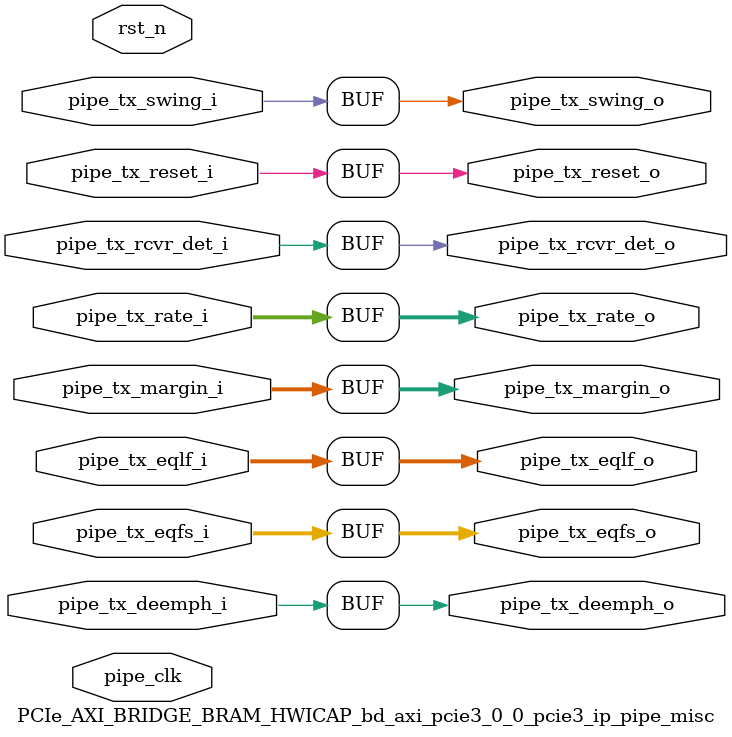
<source format=v>


`timescale 1ps/1ps

(* DowngradeIPIdentifiedWarnings = "yes" *)
module PCIe_AXI_BRIDGE_BRAM_HWICAP_bd_axi_pcie3_0_0_pcie3_ip_pipe_misc 
 #(
  parameter TCQ = 100,
  parameter PIPE_PIPELINE_STAGES = 0
  ) (
  input  wire         pipe_tx_rcvr_det_i,
  input  wire         pipe_tx_reset_i,
  input  wire   [1:0] pipe_tx_rate_i,
  input  wire         pipe_tx_deemph_i,
  input  wire   [2:0] pipe_tx_margin_i,
  input  wire         pipe_tx_swing_i,
  input  wire   [5:0] pipe_tx_eqfs_i,
  input  wire   [5:0] pipe_tx_eqlf_i,
  output wire         pipe_tx_rcvr_det_o,
  output wire         pipe_tx_reset_o,
  output wire   [1:0] pipe_tx_rate_o,
  output wire         pipe_tx_deemph_o,
  output wire   [2:0] pipe_tx_margin_o,
  output wire         pipe_tx_swing_o,
  output wire   [5:0] pipe_tx_eqfs_o,
  output wire   [5:0] pipe_tx_eqlf_o,
  input  wire         pipe_clk,
  input  wire         rst_n
  );

  reg                 pipe_tx_rcvr_det_q;
  reg                 pipe_tx_reset_q;
  reg           [1:0] pipe_tx_rate_q;
  reg                 pipe_tx_deemph_q;
  reg           [2:0] pipe_tx_margin_q;
  reg                 pipe_tx_swing_q;
  reg           [5:0] pipe_tx_eqfs_q;
  reg           [5:0] pipe_tx_eqlf_q;
  reg                 pipe_tx_rcvr_det_qq;
  reg                 pipe_tx_reset_qq;
  reg           [1:0] pipe_tx_rate_qq;
  reg                 pipe_tx_deemph_qq;
  reg           [2:0] pipe_tx_margin_qq;
  reg                 pipe_tx_swing_qq;
  reg           [5:0] pipe_tx_eqfs_qq;
  reg           [5:0] pipe_tx_eqlf_qq;

  generate
    if (PIPE_PIPELINE_STAGES == 0)
    begin : pipe_stages_0
      assign pipe_tx_rcvr_det_o = pipe_tx_rcvr_det_i;
      assign pipe_tx_reset_o = pipe_tx_reset_i;
      assign pipe_tx_rate_o = pipe_tx_rate_i;
      assign pipe_tx_deemph_o = pipe_tx_deemph_i;
      assign pipe_tx_margin_o = pipe_tx_margin_i;
      assign pipe_tx_swing_o = pipe_tx_swing_i;
      assign pipe_tx_eqfs_o = pipe_tx_eqfs_i;
      assign pipe_tx_eqlf_o = pipe_tx_eqlf_i;
    end
    else if (PIPE_PIPELINE_STAGES == 1)
    begin : pipe_stages_1
      always @(posedge pipe_clk)
      begin
        if (!rst_n)
        begin
          pipe_tx_rcvr_det_q <= #TCQ 1'b0;
          pipe_tx_reset_q <= #TCQ 1'b1;
          pipe_tx_rate_q <= #TCQ 2'b0;
          pipe_tx_deemph_q <= #TCQ 1'b1;
          pipe_tx_margin_q <= #TCQ 3'b0;
          pipe_tx_swing_q <= #TCQ 1'b0;
          pipe_tx_eqfs_q <= #TCQ 5'b0;
          pipe_tx_eqlf_q <= #TCQ 5'b0;
        end
        else
        begin
          pipe_tx_rcvr_det_q <= #TCQ pipe_tx_rcvr_det_i;
          pipe_tx_reset_q <= #TCQ pipe_tx_reset_i;
          pipe_tx_rate_q <= #TCQ pipe_tx_rate_i;
          pipe_tx_deemph_q <= #TCQ pipe_tx_deemph_i;
          pipe_tx_margin_q <= #TCQ pipe_tx_margin_i;
          pipe_tx_swing_q <= #TCQ pipe_tx_swing_i;
          pipe_tx_eqfs_q <= #TCQ pipe_tx_eqfs_i;
          pipe_tx_eqlf_q <= #TCQ pipe_tx_eqlf_i;
        end
      end
      assign pipe_tx_rcvr_det_o = pipe_tx_rcvr_det_q;
      assign pipe_tx_reset_o = pipe_tx_reset_q;
      assign pipe_tx_rate_o = pipe_tx_rate_q;
      assign pipe_tx_deemph_o = pipe_tx_deemph_q;
      assign pipe_tx_margin_o = pipe_tx_margin_q;
      assign pipe_tx_swing_o = pipe_tx_swing_q;
      assign pipe_tx_eqfs_o = pipe_tx_eqfs_q;
      assign pipe_tx_eqlf_o = pipe_tx_eqlf_q;
    end
    else if (PIPE_PIPELINE_STAGES == 2)
    begin : pipe_stages_2
      always @(posedge pipe_clk)
      begin
        if (!rst_n)
        begin
          pipe_tx_rcvr_det_q <= #TCQ 1'b0;
          pipe_tx_reset_q <= #TCQ 1'b1;
          pipe_tx_rate_q <= #TCQ 2'b0;
          pipe_tx_deemph_q <= #TCQ 1'b1;
          pipe_tx_margin_q <= #TCQ 1'b0;
          pipe_tx_swing_q <= #TCQ 1'b0;
          pipe_tx_eqfs_q <= #TCQ 5'b0;
          pipe_tx_eqlf_q <= #TCQ 5'b0;
          pipe_tx_rcvr_det_qq <= #TCQ 1'b0;
          pipe_tx_reset_qq <= #TCQ 1'b1;
          pipe_tx_rate_qq <= #TCQ 2'b0;
          pipe_tx_deemph_qq <= #TCQ 1'b1;
          pipe_tx_margin_qq <= #TCQ 1'b0;
          pipe_tx_swing_qq <= #TCQ 1'b0;
          pipe_tx_eqfs_qq <= #TCQ 5'b0;
          pipe_tx_eqlf_qq <= #TCQ 5'b0;
        end
        else
        begin
          pipe_tx_rcvr_det_q <= #TCQ pipe_tx_rcvr_det_i;
          pipe_tx_reset_q <= #TCQ pipe_tx_reset_i;
          pipe_tx_rate_q <= #TCQ pipe_tx_rate_i;
          pipe_tx_deemph_q <= #TCQ pipe_tx_deemph_i;
          pipe_tx_margin_q <= #TCQ pipe_tx_margin_i;
          pipe_tx_swing_q <= #TCQ pipe_tx_swing_i;
          pipe_tx_eqfs_q <= #TCQ pipe_tx_eqfs_i;
          pipe_tx_eqlf_q <= #TCQ pipe_tx_eqlf_i;
          pipe_tx_rcvr_det_qq <= #TCQ pipe_tx_rcvr_det_q;
          pipe_tx_reset_qq <= #TCQ pipe_tx_reset_q;
          pipe_tx_rate_qq <= #TCQ pipe_tx_rate_q;
          pipe_tx_deemph_qq <= #TCQ pipe_tx_deemph_q;
          pipe_tx_margin_qq <= #TCQ pipe_tx_margin_q;
          pipe_tx_swing_qq <= #TCQ pipe_tx_swing_q;
          pipe_tx_eqfs_qq <= #TCQ pipe_tx_eqfs_q;
          pipe_tx_eqlf_qq <= #TCQ pipe_tx_eqlf_q;
        end
      end
      assign pipe_tx_rcvr_det_o = pipe_tx_rcvr_det_qq;
      assign pipe_tx_reset_o = pipe_tx_reset_qq;
      assign pipe_tx_rate_o = pipe_tx_rate_qq;
      assign pipe_tx_deemph_o = pipe_tx_deemph_qq;
      assign pipe_tx_margin_o = pipe_tx_margin_qq;
      assign pipe_tx_swing_o = pipe_tx_swing_qq;
      assign pipe_tx_eqfs_o = pipe_tx_eqfs_qq;
      assign pipe_tx_eqlf_o = pipe_tx_eqlf_qq;
    end
    else
    begin
      assign pipe_tx_rcvr_det_o = pipe_tx_rcvr_det_i;
      assign pipe_tx_reset_o = pipe_tx_reset_i;
      assign pipe_tx_rate_o = pipe_tx_rate_i;
      assign pipe_tx_deemph_o = pipe_tx_deemph_i;
      assign pipe_tx_margin_o = pipe_tx_margin_i;
      assign pipe_tx_swing_o = pipe_tx_swing_i;
      assign pipe_tx_eqfs_o = pipe_tx_eqfs_i;
      assign pipe_tx_eqlf_o = pipe_tx_eqlf_i;
    end
  endgenerate

endmodule

</source>
